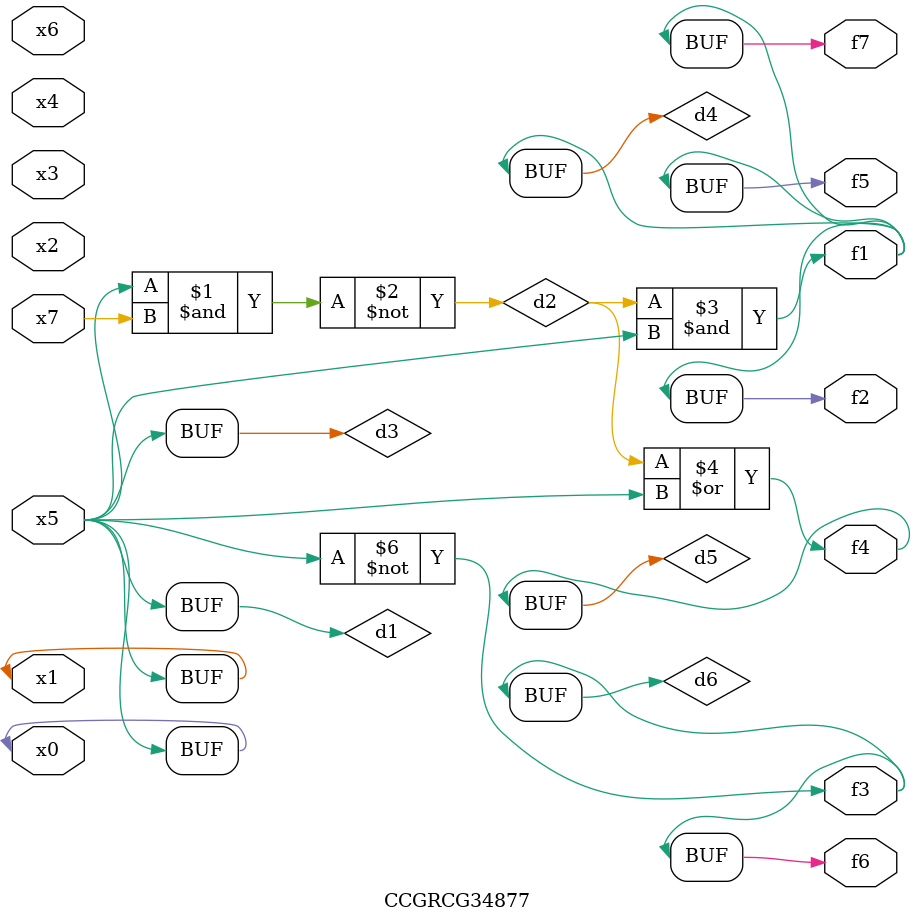
<source format=v>
module CCGRCG34877(
	input x0, x1, x2, x3, x4, x5, x6, x7,
	output f1, f2, f3, f4, f5, f6, f7
);

	wire d1, d2, d3, d4, d5, d6;

	buf (d1, x0, x5);
	nand (d2, x5, x7);
	buf (d3, x0, x1);
	and (d4, d2, d3);
	or (d5, d2, d3);
	nor (d6, d1, d3);
	assign f1 = d4;
	assign f2 = d4;
	assign f3 = d6;
	assign f4 = d5;
	assign f5 = d4;
	assign f6 = d6;
	assign f7 = d4;
endmodule

</source>
